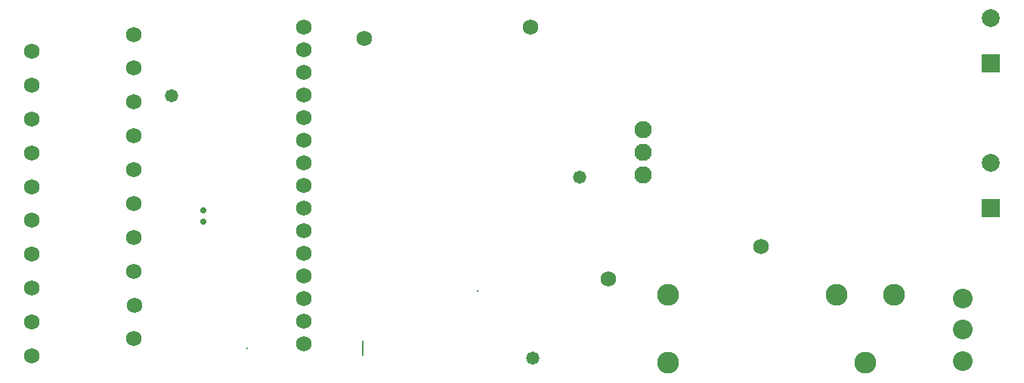
<source format=gbs>
G04*
G04 #@! TF.GenerationSoftware,Altium Limited,Altium Designer,20.0.14 (345)*
G04*
G04 Layer_Color=16711935*
%FSLAX25Y25*%
%MOIN*%
G70*
G01*
G75*
%ADD25C,0.06800*%
%ADD26C,0.07690*%
%ADD27R,0.07887X0.07887*%
%ADD28C,0.07887*%
%ADD29C,0.08674*%
%ADD30C,0.00800*%
%ADD31O,0.00800X0.06800*%
%ADD32C,0.09658*%
%ADD33C,0.05800*%
%ADD34C,0.02800*%
D25*
X228500Y161000D02*
D03*
X155000Y156000D02*
D03*
X330000Y64000D02*
D03*
X128500Y161000D02*
D03*
Y151000D02*
D03*
Y141000D02*
D03*
Y21000D02*
D03*
Y31000D02*
D03*
Y41000D02*
D03*
Y51000D02*
D03*
Y61000D02*
D03*
Y71000D02*
D03*
Y81000D02*
D03*
Y91000D02*
D03*
Y101000D02*
D03*
Y111000D02*
D03*
Y121000D02*
D03*
Y131000D02*
D03*
X8500Y15657D02*
D03*
Y30618D02*
D03*
Y45579D02*
D03*
Y60539D02*
D03*
Y75500D02*
D03*
Y90461D02*
D03*
Y105421D02*
D03*
Y120382D02*
D03*
Y135343D02*
D03*
X53382Y23138D02*
D03*
X53594Y38098D02*
D03*
X53382Y53059D02*
D03*
Y68020D02*
D03*
Y82980D02*
D03*
Y97941D02*
D03*
Y112902D02*
D03*
Y127862D02*
D03*
X8500Y150303D02*
D03*
X53382Y142823D02*
D03*
Y157783D02*
D03*
X262588Y49637D02*
D03*
D26*
X278000Y115500D02*
D03*
Y105500D02*
D03*
Y95500D02*
D03*
D27*
X431500Y145000D02*
D03*
Y81000D02*
D03*
D28*
Y165000D02*
D03*
Y101000D02*
D03*
D29*
X419000Y13441D02*
D03*
Y27220D02*
D03*
Y41000D02*
D03*
D30*
X103319Y19134D02*
D03*
X205025Y44408D02*
D03*
D31*
X154500Y19134D02*
D03*
D32*
X289090Y42500D02*
D03*
X363500D02*
D03*
X388697D02*
D03*
X376098Y12500D02*
D03*
X289090D02*
D03*
D33*
X250000Y94500D02*
D03*
X70000Y130500D02*
D03*
X229500Y14500D02*
D03*
D34*
X84000Y75000D02*
D03*
Y80000D02*
D03*
M02*

</source>
